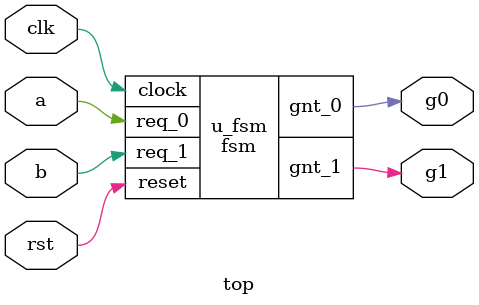
<source format=v>
 module fsm (
 clock,
 reset,
 req_0,
 req_1,
 gnt_0,
 gnt_1      
 );
 input   clock,reset,req_0,req_1;
 output  gnt_0,gnt_1;
 wire    clock,reset,req_0,req_1;
 reg     gnt_0,gnt_1;
 
 parameter SIZE = 3           ;
 parameter IDLE  = 3'b001,GNT0 = 3'b010,GNT1 = 3'b100,GNT2 = 3'b101 ;
 
 reg [SIZE-1:0] state;
 reg [SIZE-1:0] next_state;
 
 always @ (posedge clock)
 begin : FSM
 if (reset == 1'b1) begin
   state <=  #1  IDLE;
   gnt_0 <= 0;
   gnt_1 <= 0;
 end else
  case(state)
    IDLE : if (req_0 == 1'b1) begin
                 state <=  #1  GNT0;
`ifndef BUG        
                 gnt_0 <= 1;
`else
                 gnt_0 <= 1'bZ;
`endif
               end else if (req_1 == 1'b1) begin
                 gnt_1 <= 1;
                 state <=  #1  GNT0;
               end else begin
                 state <=  #1  IDLE;
               end
    GNT0 : if (req_0 == 1'b1) begin
                 state <=  #1  GNT0;
               end else begin
                 gnt_0 <= 0;
                 state <=  #1  IDLE;
               end
    GNT1 : if (req_1 == 1'b1) begin
                 state <=  #1  GNT2;
				 gnt_1 <= req_0;
               end
    GNT2 : if (req_0 == 1'b1) begin
                 state <=  #1  GNT1;
				 gnt_1 <= req_1;
               end 
    default : state <=  #1  IDLE;
 endcase
 end
 
 endmodule
 
 module top (
input clk,
input rst,
input a,
input b,
output g0,
output g1
);

fsm u_fsm ( .clock(clk),
            .reset(rst), 
            .req_0(a), 
            .req_1(b), 
            .gnt_0(g0), 
            .gnt_1(g1));

endmodule

</source>
